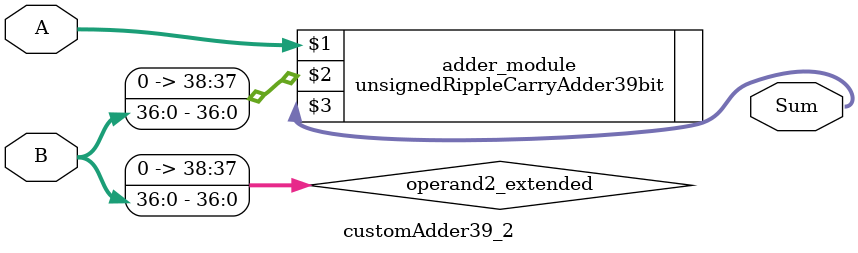
<source format=v>
module customAdder39_2(
                        input [38 : 0] A,
                        input [36 : 0] B,
                        
                        output [39 : 0] Sum
                );

        wire [38 : 0] operand2_extended;
        
        assign operand2_extended =  {2'b0, B};
        
        unsignedRippleCarryAdder39bit adder_module(
            A,
            operand2_extended,
            Sum
        );
        
        endmodule
        
</source>
